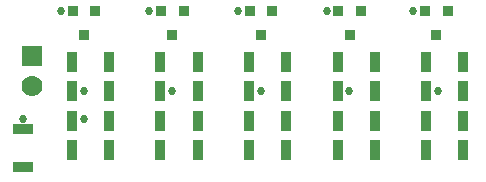
<source format=gts>
%FSLAX33Y33*%
%MOMM*%
%AMRect-W800000-H900000-RO1.000*
21,1,0.8,0.9,0.,0.,180*%
%AMRect-W820710-H1670710-RO1.000*
21,1,0.82071,1.67071,0.,0.,180*%
%AMRect-W820710-H1670710-RO1.500*
21,1,0.82071,1.67071,0.,0.,90*%
%ADD10C,0.68834*%
%ADD11Rect-W800000-H900000-RO1.000*%
%ADD12R,0.82071X1.67071*%
%ADD13R,1.778X1.778*%
%ADD14C,1.778*%
%ADD15Rect-W820710-H1670710-RO1.000*%
%ADD16Rect-W820710-H1670710-RO1.500*%
D10*
%LNtop solder mask_traces*%
G01*
X21675Y7500D03*
X12235Y14285D03*
X6685Y5200D03*
X14175Y7500D03*
X27235Y14285D03*
X6675Y7500D03*
X1500Y5200D03*
X19735Y14285D03*
X36675Y7500D03*
X29175Y7500D03*
X34585Y14285D03*
X4735Y14285D03*
%LNtop solder mask component 05d2d36842009d63*%
D11*
X15135Y14285D03*
X13235Y14285D03*
X14185Y12285D03*
%LNtop solder mask component 822d2e54c25a04ce*%
D12*
X20675Y10000D03*
X23825Y10000D03*
%LNtop solder mask component 4188e9859e8afcf0*%
D13*
X2300Y10520D03*
D14*
X2300Y7980D03*
%LNtop solder mask component 5790a80edc5a0cfb*%
D12*
X5675Y2500D03*
X8825Y2500D03*
%LNtop solder mask component 8f47c0f87a48434a*%
X13175Y10000D03*
X16325Y10000D03*
%LNtop solder mask component 41bb835b16e20d78*%
X20675Y5000D03*
X23825Y5000D03*
%LNtop solder mask component 7dcfd0ba6a5a263a*%
X5675Y5000D03*
X8825Y5000D03*
%LNtop solder mask component b5f8715c32184e16*%
D11*
X37485Y14285D03*
X35585Y14285D03*
X36535Y12285D03*
%LNtop solder mask component 2a257863ed8e7bb5*%
D12*
X13175Y5000D03*
X16325Y5000D03*
%LNtop solder mask component 25cd0881f7f84887*%
X35675Y10000D03*
X38825Y10000D03*
%LNtop solder mask component cc4562fc70e2dc54*%
D15*
X23825Y7500D03*
X20675Y7500D03*
%LNtop solder mask component 11c3ea52300c4394*%
D12*
X20675Y2500D03*
X23825Y2500D03*
%LNtop solder mask component c185fbd77206e2e9*%
X28175Y5000D03*
X31325Y5000D03*
%LNtop solder mask component fb552f706cb5b883*%
D15*
X31325Y7500D03*
X28175Y7500D03*
%LNtop solder mask component 32ce1469a01fd207*%
X8825Y7500D03*
X5675Y7500D03*
%LNtop solder mask component 810d07a0d8483d25*%
D12*
X13175Y2500D03*
X16325Y2500D03*
%LNtop solder mask component 291e9fd76b66e9cf*%
D11*
X30135Y14285D03*
X28235Y14285D03*
X29185Y12285D03*
%LNtop solder mask component f3abb73a7aa5f313*%
D12*
X28175Y10000D03*
X31325Y10000D03*
%LNtop solder mask component 33285f67f051bd9b*%
X35675Y2500D03*
X38825Y2500D03*
%LNtop solder mask component ba19ab7b144902aa*%
D15*
X38825Y7500D03*
X35675Y7500D03*
%LNtop solder mask component a90bda53b775e81a*%
X16325Y7500D03*
X13175Y7500D03*
%LNtop solder mask component f381318732445cbf*%
D12*
X35675Y5000D03*
X38825Y5000D03*
%LNtop solder mask component 210a273ce5ceec44*%
D16*
X1500Y1125D03*
X1500Y4275D03*
%LNtop solder mask component f74f637f440bfcb7*%
D11*
X22635Y14285D03*
X20735Y14285D03*
X21685Y12285D03*
%LNtop solder mask component 01dbd6e6fffea23b*%
D12*
X28175Y2500D03*
X31325Y2500D03*
%LNtop solder mask component 3f41ef9e9d047ec7*%
X5675Y10000D03*
X8825Y10000D03*
%LNtop solder mask component 86bc5d89f9f877d3*%
D11*
X7635Y14285D03*
X5735Y14285D03*
X6685Y12285D03*
M02*
</source>
